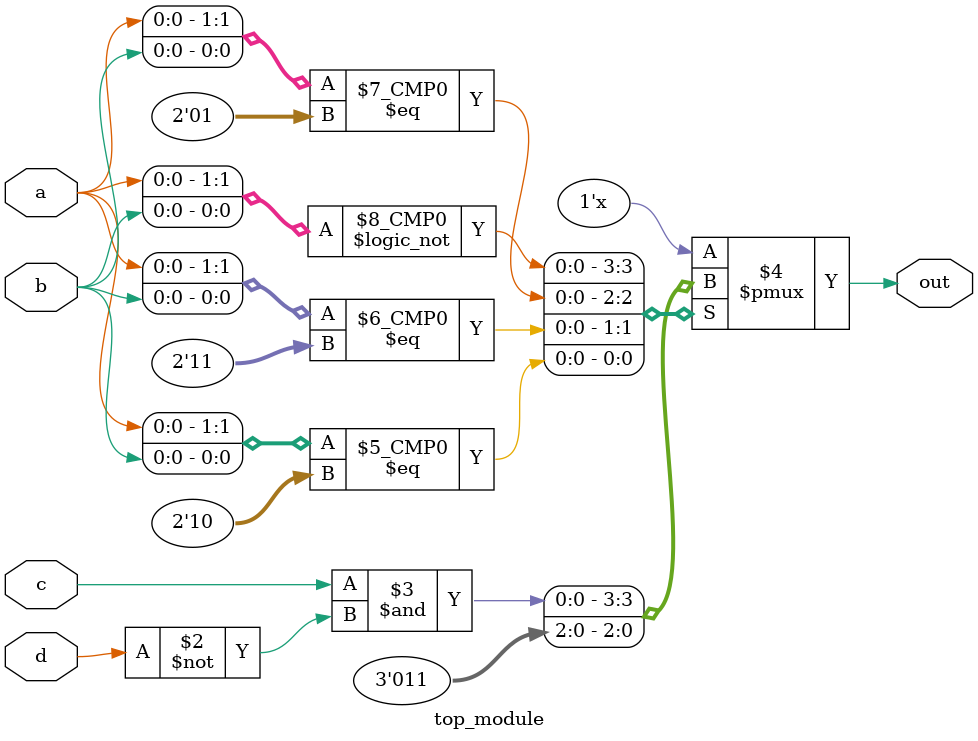
<source format=sv>
module top_module (
    input a, 
    input b,
    input c,
    input d,
    output reg out
);

always @(*) begin
    case ({a, b})
        2'b00: out = c & ~d;
        2'b01: out = 1'b0;
        2'b11: out = 1'b1;
        2'b10: out = 1'b1;
        default: out = 1'b0; // handle don't-care condition
    endcase
end

endmodule

</source>
